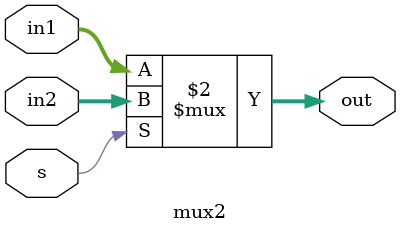
<source format=v>
`timescale 1ns / 1ps


module mux2 #(parameter WIDTH = 32)
(
	input  [WIDTH-1:0] in1,
	input  [WIDTH-1:0] in2,
	input			  	 s,
	output [WIDTH-1:0] out
    );

	assign out = (s == 0) ? in1 : in2;


endmodule

</source>
